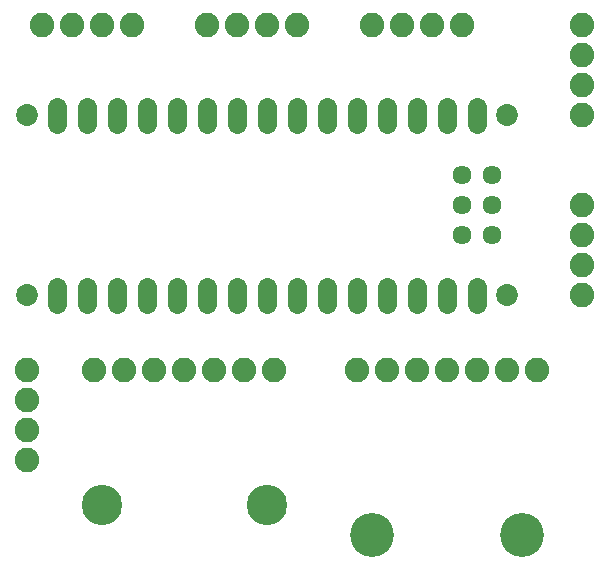
<source format=gts>
G75*
%MOIN*%
%OFA0B0*%
%FSLAX25Y25*%
%IPPOS*%
%LPD*%
%AMOC8*
5,1,8,0,0,1.08239X$1,22.5*
%
%ADD10C,0.07300*%
%ADD11C,0.08200*%
%ADD12C,0.13461*%
%ADD13C,0.14643*%
%ADD14C,0.06350*%
%ADD15C,0.06350*%
D10*
X0058342Y0166000D03*
X0058342Y0226000D03*
X0218342Y0226000D03*
X0218342Y0166000D03*
D11*
X0243342Y0166000D03*
X0243342Y0176000D03*
X0243342Y0186000D03*
X0243342Y0196000D03*
X0243342Y0226000D03*
X0243342Y0236000D03*
X0243342Y0246000D03*
X0243342Y0256000D03*
X0203342Y0256000D03*
X0193342Y0256000D03*
X0183342Y0256000D03*
X0173342Y0256000D03*
X0148342Y0256000D03*
X0138342Y0256000D03*
X0128342Y0256000D03*
X0118342Y0256000D03*
X0093342Y0256000D03*
X0083342Y0256000D03*
X0073342Y0256000D03*
X0063342Y0256000D03*
X0058342Y0141000D03*
X0058342Y0131000D03*
X0058342Y0121000D03*
X0058342Y0111000D03*
X0080842Y0141000D03*
X0090842Y0141000D03*
X0100842Y0141000D03*
X0110842Y0141000D03*
X0120842Y0141000D03*
X0130842Y0141000D03*
X0140842Y0141000D03*
X0168342Y0141000D03*
X0178342Y0141000D03*
X0188342Y0141000D03*
X0198342Y0141000D03*
X0208342Y0141000D03*
X0218342Y0141000D03*
X0228342Y0141000D03*
D12*
X0083342Y0096000D03*
X0138342Y0096000D03*
D13*
X0173342Y0086000D03*
X0223342Y0086000D03*
D14*
X0208342Y0163225D02*
X0208342Y0168775D01*
X0198342Y0168775D02*
X0198342Y0163225D01*
X0188342Y0163225D02*
X0188342Y0168775D01*
X0178342Y0168775D02*
X0178342Y0163225D01*
X0168342Y0163225D02*
X0168342Y0168775D01*
X0158342Y0168775D02*
X0158342Y0163225D01*
X0148342Y0163225D02*
X0148342Y0168775D01*
X0138342Y0168775D02*
X0138342Y0163225D01*
X0128342Y0163225D02*
X0128342Y0168775D01*
X0118342Y0168775D02*
X0118342Y0163225D01*
X0108342Y0163225D02*
X0108342Y0168775D01*
X0098342Y0168775D02*
X0098342Y0163225D01*
X0088342Y0163225D02*
X0088342Y0168775D01*
X0078342Y0168775D02*
X0078342Y0163225D01*
X0068342Y0163225D02*
X0068342Y0168775D01*
X0068342Y0223225D02*
X0068342Y0228775D01*
X0078342Y0228775D02*
X0078342Y0223225D01*
X0088342Y0223225D02*
X0088342Y0228775D01*
X0098342Y0228775D02*
X0098342Y0223225D01*
X0108342Y0223225D02*
X0108342Y0228775D01*
X0118342Y0228775D02*
X0118342Y0223225D01*
X0128342Y0223225D02*
X0128342Y0228775D01*
X0138342Y0228775D02*
X0138342Y0223225D01*
X0148342Y0223225D02*
X0148342Y0228775D01*
X0158342Y0228775D02*
X0158342Y0223225D01*
X0168342Y0223225D02*
X0168342Y0228775D01*
X0178342Y0228775D02*
X0178342Y0223225D01*
X0188342Y0223225D02*
X0188342Y0228775D01*
X0198342Y0228775D02*
X0198342Y0223225D01*
X0208342Y0223225D02*
X0208342Y0228775D01*
D15*
X0213342Y0206000D03*
X0203342Y0206000D03*
X0203342Y0196000D03*
X0213342Y0196000D03*
X0213342Y0186000D03*
X0203342Y0186000D03*
M02*

</source>
